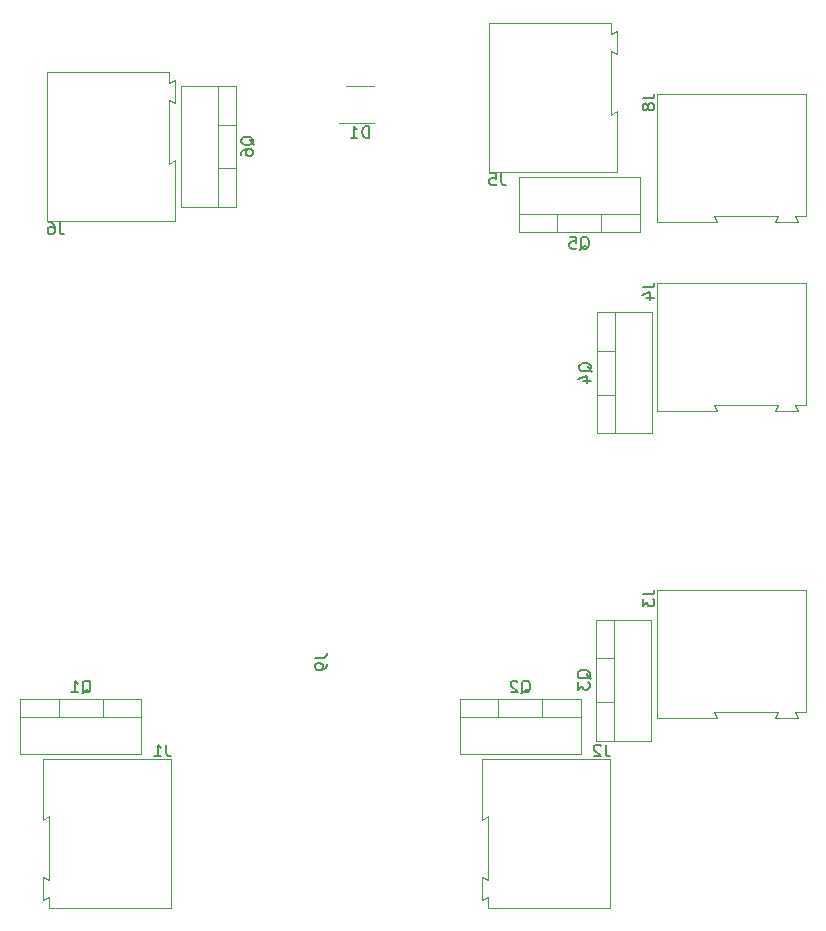
<source format=gbo>
G04 #@! TF.GenerationSoftware,KiCad,Pcbnew,6.0.0-unknown-bc26ccf~86~ubuntu18.04.1*
G04 #@! TF.CreationDate,2019-06-19T17:05:38-04:00*
G04 #@! TF.ProjectId,DPL,44504c2e-6b69-4636-9164-5f7063625858,rev?*
G04 #@! TF.SameCoordinates,Original*
G04 #@! TF.FileFunction,Legend,Bot*
G04 #@! TF.FilePolarity,Positive*
%FSLAX46Y46*%
G04 Gerber Fmt 4.6, Leading zero omitted, Abs format (unit mm)*
G04 Created by KiCad (PCBNEW 6.0.0-unknown-bc26ccf~86~ubuntu18.04.1) date 2019-06-19 17:05:38*
%MOMM*%
%LPD*%
G04 APERTURE LIST*
%ADD10C,0.120000*%
%ADD11C,0.150000*%
G04 APERTURE END LIST*
D10*
X110020000Y-69930000D02*
X110020000Y-59690000D01*
X105379000Y-69930000D02*
X105379000Y-59690000D01*
X110020000Y-69930000D02*
X105379000Y-69930000D01*
X110020000Y-59690000D02*
X105379000Y-59690000D01*
X108510000Y-69930000D02*
X108510000Y-59690000D01*
X110020000Y-66660000D02*
X108510000Y-66660000D01*
X110020000Y-62959000D02*
X108510000Y-62959000D01*
X145700000Y-60350000D02*
X158300000Y-60350000D01*
X158300000Y-60350000D02*
X158300000Y-70700000D01*
X158300000Y-70700000D02*
X157350000Y-70700000D01*
X157350000Y-70700000D02*
X157600000Y-71200000D01*
X157600000Y-71200000D02*
X155700000Y-71200000D01*
X155700000Y-71200000D02*
X155650000Y-71200000D01*
X155650000Y-71200000D02*
X155900000Y-70700000D01*
X155900000Y-70700000D02*
X150500000Y-70700000D01*
X150500000Y-70700000D02*
X150800000Y-71200000D01*
X150800000Y-71200000D02*
X145700000Y-71200000D01*
X145700000Y-71200000D02*
X145700000Y-60350000D01*
X141740000Y-116700000D02*
X141740000Y-129300000D01*
X141740000Y-129300000D02*
X131390000Y-129300000D01*
X131390000Y-129300000D02*
X131390000Y-128350000D01*
X131390000Y-128350000D02*
X130890000Y-128600000D01*
X130890000Y-128600000D02*
X130890000Y-126700000D01*
X130890000Y-126700000D02*
X130890000Y-126650000D01*
X130890000Y-126650000D02*
X131390000Y-126900000D01*
X131390000Y-126900000D02*
X131390000Y-121500000D01*
X131390000Y-121500000D02*
X130890000Y-121800000D01*
X130890000Y-121800000D02*
X130890000Y-116700000D01*
X130890000Y-116700000D02*
X141740000Y-116700000D01*
X119325000Y-59700000D02*
X121725000Y-59700000D01*
X121725000Y-62800000D02*
X118775000Y-62800000D01*
X133970000Y-72020000D02*
X144210000Y-72020000D01*
X133970000Y-67379000D02*
X144210000Y-67379000D01*
X133970000Y-72020000D02*
X133970000Y-67379000D01*
X144210000Y-72020000D02*
X144210000Y-67379000D01*
X133970000Y-70510000D02*
X144210000Y-70510000D01*
X137240000Y-72020000D02*
X137240000Y-70510000D01*
X140941000Y-72020000D02*
X140941000Y-70510000D01*
X140630000Y-78870000D02*
X140630000Y-89110000D01*
X145271000Y-78870000D02*
X145271000Y-89110000D01*
X140630000Y-78870000D02*
X145271000Y-78870000D01*
X140630000Y-89110000D02*
X145271000Y-89110000D01*
X142140000Y-78870000D02*
X142140000Y-89110000D01*
X140630000Y-82140000D02*
X142140000Y-82140000D01*
X140630000Y-85841000D02*
X142140000Y-85841000D01*
X140530000Y-104870000D02*
X140530000Y-115110000D01*
X145171000Y-104870000D02*
X145171000Y-115110000D01*
X140530000Y-104870000D02*
X145171000Y-104870000D01*
X140530000Y-115110000D02*
X145171000Y-115110000D01*
X142040000Y-104870000D02*
X142040000Y-115110000D01*
X140530000Y-108140000D02*
X142040000Y-108140000D01*
X140530000Y-111841000D02*
X142040000Y-111841000D01*
X139230000Y-111580000D02*
X128990000Y-111580000D01*
X139230000Y-116221000D02*
X128990000Y-116221000D01*
X139230000Y-111580000D02*
X139230000Y-116221000D01*
X128990000Y-111580000D02*
X128990000Y-116221000D01*
X139230000Y-113090000D02*
X128990000Y-113090000D01*
X135960000Y-111580000D02*
X135960000Y-113090000D01*
X132259000Y-111580000D02*
X132259000Y-113090000D01*
X102030000Y-111580000D02*
X91790000Y-111580000D01*
X102030000Y-116221000D02*
X91790000Y-116221000D01*
X102030000Y-111580000D02*
X102030000Y-116221000D01*
X91790000Y-111580000D02*
X91790000Y-116221000D01*
X102030000Y-113090000D02*
X91790000Y-113090000D01*
X98760000Y-111580000D02*
X98760000Y-113090000D01*
X95059000Y-111580000D02*
X95059000Y-113090000D01*
X94050000Y-71100000D02*
X94050000Y-58500000D01*
X94050000Y-58500000D02*
X104400000Y-58500000D01*
X104400000Y-58500000D02*
X104400000Y-59450000D01*
X104400000Y-59450000D02*
X104900000Y-59200000D01*
X104900000Y-59200000D02*
X104900000Y-61100000D01*
X104900000Y-61100000D02*
X104900000Y-61150000D01*
X104900000Y-61150000D02*
X104400000Y-60900000D01*
X104400000Y-60900000D02*
X104400000Y-66300000D01*
X104400000Y-66300000D02*
X104900000Y-66000000D01*
X104900000Y-66000000D02*
X104900000Y-71100000D01*
X104900000Y-71100000D02*
X94050000Y-71100000D01*
X131440000Y-66950000D02*
X131440000Y-54350000D01*
X131440000Y-54350000D02*
X141790000Y-54350000D01*
X141790000Y-54350000D02*
X141790000Y-55300000D01*
X141790000Y-55300000D02*
X142290000Y-55050000D01*
X142290000Y-55050000D02*
X142290000Y-56950000D01*
X142290000Y-56950000D02*
X142290000Y-57000000D01*
X142290000Y-57000000D02*
X141790000Y-56750000D01*
X141790000Y-56750000D02*
X141790000Y-62150000D01*
X141790000Y-62150000D02*
X142290000Y-61850000D01*
X142290000Y-61850000D02*
X142290000Y-66950000D01*
X142290000Y-66950000D02*
X131440000Y-66950000D01*
X145700000Y-76350000D02*
X158300000Y-76350000D01*
X158300000Y-76350000D02*
X158300000Y-86700000D01*
X158300000Y-86700000D02*
X157350000Y-86700000D01*
X157350000Y-86700000D02*
X157600000Y-87200000D01*
X157600000Y-87200000D02*
X155700000Y-87200000D01*
X155700000Y-87200000D02*
X155650000Y-87200000D01*
X155650000Y-87200000D02*
X155900000Y-86700000D01*
X155900000Y-86700000D02*
X150500000Y-86700000D01*
X150500000Y-86700000D02*
X150800000Y-87200000D01*
X150800000Y-87200000D02*
X145700000Y-87200000D01*
X145700000Y-87200000D02*
X145700000Y-76350000D01*
X145700000Y-102350000D02*
X158300000Y-102350000D01*
X158300000Y-102350000D02*
X158300000Y-112700000D01*
X158300000Y-112700000D02*
X157350000Y-112700000D01*
X157350000Y-112700000D02*
X157600000Y-113200000D01*
X157600000Y-113200000D02*
X155700000Y-113200000D01*
X155700000Y-113200000D02*
X155650000Y-113200000D01*
X155650000Y-113200000D02*
X155900000Y-112700000D01*
X155900000Y-112700000D02*
X150500000Y-112700000D01*
X150500000Y-112700000D02*
X150800000Y-113200000D01*
X150800000Y-113200000D02*
X145700000Y-113200000D01*
X145700000Y-113200000D02*
X145700000Y-102350000D01*
X104540000Y-116700000D02*
X104540000Y-129300000D01*
X104540000Y-129300000D02*
X94190000Y-129300000D01*
X94190000Y-129300000D02*
X94190000Y-128350000D01*
X94190000Y-128350000D02*
X93690000Y-128600000D01*
X93690000Y-128600000D02*
X93690000Y-126700000D01*
X93690000Y-126700000D02*
X93690000Y-126650000D01*
X93690000Y-126650000D02*
X94190000Y-126900000D01*
X94190000Y-126900000D02*
X94190000Y-121500000D01*
X94190000Y-121500000D02*
X93690000Y-121800000D01*
X93690000Y-121800000D02*
X93690000Y-116700000D01*
X93690000Y-116700000D02*
X104540000Y-116700000D01*
D11*
X111567619Y-64714761D02*
X111520000Y-64619523D01*
X111424761Y-64524285D01*
X111281904Y-64381428D01*
X111234285Y-64286190D01*
X111234285Y-64190952D01*
X111472380Y-64238571D02*
X111424761Y-64143333D01*
X111329523Y-64048095D01*
X111139047Y-64000476D01*
X110805714Y-64000476D01*
X110615238Y-64048095D01*
X110520000Y-64143333D01*
X110472380Y-64238571D01*
X110472380Y-64429047D01*
X110520000Y-64524285D01*
X110615238Y-64619523D01*
X110805714Y-64667142D01*
X111139047Y-64667142D01*
X111329523Y-64619523D01*
X111424761Y-64524285D01*
X111472380Y-64429047D01*
X111472380Y-64238571D01*
X110472380Y-65524285D02*
X110472380Y-65333809D01*
X110520000Y-65238571D01*
X110567619Y-65190952D01*
X110710476Y-65095714D01*
X110900952Y-65048095D01*
X111281904Y-65048095D01*
X111377142Y-65095714D01*
X111424761Y-65143333D01*
X111472380Y-65238571D01*
X111472380Y-65429047D01*
X111424761Y-65524285D01*
X111377142Y-65571904D01*
X111281904Y-65619523D01*
X111043809Y-65619523D01*
X110948571Y-65571904D01*
X110900952Y-65524285D01*
X110853333Y-65429047D01*
X110853333Y-65238571D01*
X110900952Y-65143333D01*
X110948571Y-65095714D01*
X111043809Y-65048095D01*
X116752380Y-108116666D02*
X117466666Y-108116666D01*
X117609523Y-108069047D01*
X117704761Y-107973809D01*
X117752380Y-107830952D01*
X117752380Y-107735714D01*
X117752380Y-108640476D02*
X117752380Y-108830952D01*
X117704761Y-108926190D01*
X117657142Y-108973809D01*
X117514285Y-109069047D01*
X117323809Y-109116666D01*
X116942857Y-109116666D01*
X116847619Y-109069047D01*
X116800000Y-109021428D01*
X116752380Y-108926190D01*
X116752380Y-108735714D01*
X116800000Y-108640476D01*
X116847619Y-108592857D01*
X116942857Y-108545238D01*
X117180952Y-108545238D01*
X117276190Y-108592857D01*
X117323809Y-108640476D01*
X117371428Y-108735714D01*
X117371428Y-108926190D01*
X117323809Y-109021428D01*
X117276190Y-109069047D01*
X117180952Y-109116666D01*
X144462380Y-60746666D02*
X145176666Y-60746666D01*
X145319523Y-60699047D01*
X145414761Y-60603809D01*
X145462380Y-60460952D01*
X145462380Y-60365714D01*
X144890952Y-61365714D02*
X144843333Y-61270476D01*
X144795714Y-61222857D01*
X144700476Y-61175238D01*
X144652857Y-61175238D01*
X144557619Y-61222857D01*
X144510000Y-61270476D01*
X144462380Y-61365714D01*
X144462380Y-61556190D01*
X144510000Y-61651428D01*
X144557619Y-61699047D01*
X144652857Y-61746666D01*
X144700476Y-61746666D01*
X144795714Y-61699047D01*
X144843333Y-61651428D01*
X144890952Y-61556190D01*
X144890952Y-61365714D01*
X144938571Y-61270476D01*
X144986190Y-61222857D01*
X145081428Y-61175238D01*
X145271904Y-61175238D01*
X145367142Y-61222857D01*
X145414761Y-61270476D01*
X145462380Y-61365714D01*
X145462380Y-61556190D01*
X145414761Y-61651428D01*
X145367142Y-61699047D01*
X145271904Y-61746666D01*
X145081428Y-61746666D01*
X144986190Y-61699047D01*
X144938571Y-61651428D01*
X144890952Y-61556190D01*
X141343333Y-115462380D02*
X141343333Y-116176666D01*
X141390952Y-116319523D01*
X141486190Y-116414761D01*
X141629047Y-116462380D01*
X141724285Y-116462380D01*
X140914761Y-115557619D02*
X140867142Y-115510000D01*
X140771904Y-115462380D01*
X140533809Y-115462380D01*
X140438571Y-115510000D01*
X140390952Y-115557619D01*
X140343333Y-115652857D01*
X140343333Y-115748095D01*
X140390952Y-115890952D01*
X140962380Y-116462380D01*
X140343333Y-116462380D01*
X121283095Y-64082380D02*
X121283095Y-63082380D01*
X121045000Y-63082380D01*
X120902142Y-63130000D01*
X120806904Y-63225238D01*
X120759285Y-63320476D01*
X120711666Y-63510952D01*
X120711666Y-63653809D01*
X120759285Y-63844285D01*
X120806904Y-63939523D01*
X120902142Y-64034761D01*
X121045000Y-64082380D01*
X121283095Y-64082380D01*
X119759285Y-64082380D02*
X120330714Y-64082380D01*
X120045000Y-64082380D02*
X120045000Y-63082380D01*
X120140238Y-63225238D01*
X120235476Y-63320476D01*
X120330714Y-63368095D01*
X139185238Y-73567619D02*
X139280476Y-73520000D01*
X139375714Y-73424761D01*
X139518571Y-73281904D01*
X139613809Y-73234285D01*
X139709047Y-73234285D01*
X139661428Y-73472380D02*
X139756666Y-73424761D01*
X139851904Y-73329523D01*
X139899523Y-73139047D01*
X139899523Y-72805714D01*
X139851904Y-72615238D01*
X139756666Y-72520000D01*
X139661428Y-72472380D01*
X139470952Y-72472380D01*
X139375714Y-72520000D01*
X139280476Y-72615238D01*
X139232857Y-72805714D01*
X139232857Y-73139047D01*
X139280476Y-73329523D01*
X139375714Y-73424761D01*
X139470952Y-73472380D01*
X139661428Y-73472380D01*
X138328095Y-72472380D02*
X138804285Y-72472380D01*
X138851904Y-72948571D01*
X138804285Y-72900952D01*
X138709047Y-72853333D01*
X138470952Y-72853333D01*
X138375714Y-72900952D01*
X138328095Y-72948571D01*
X138280476Y-73043809D01*
X138280476Y-73281904D01*
X138328095Y-73377142D01*
X138375714Y-73424761D01*
X138470952Y-73472380D01*
X138709047Y-73472380D01*
X138804285Y-73424761D01*
X138851904Y-73377142D01*
X140177619Y-83894761D02*
X140130000Y-83799523D01*
X140034761Y-83704285D01*
X139891904Y-83561428D01*
X139844285Y-83466190D01*
X139844285Y-83370952D01*
X140082380Y-83418571D02*
X140034761Y-83323333D01*
X139939523Y-83228095D01*
X139749047Y-83180476D01*
X139415714Y-83180476D01*
X139225238Y-83228095D01*
X139130000Y-83323333D01*
X139082380Y-83418571D01*
X139082380Y-83609047D01*
X139130000Y-83704285D01*
X139225238Y-83799523D01*
X139415714Y-83847142D01*
X139749047Y-83847142D01*
X139939523Y-83799523D01*
X140034761Y-83704285D01*
X140082380Y-83609047D01*
X140082380Y-83418571D01*
X139415714Y-84704285D02*
X140082380Y-84704285D01*
X139034761Y-84466190D02*
X139749047Y-84228095D01*
X139749047Y-84847142D01*
X140077619Y-109894761D02*
X140030000Y-109799523D01*
X139934761Y-109704285D01*
X139791904Y-109561428D01*
X139744285Y-109466190D01*
X139744285Y-109370952D01*
X139982380Y-109418571D02*
X139934761Y-109323333D01*
X139839523Y-109228095D01*
X139649047Y-109180476D01*
X139315714Y-109180476D01*
X139125238Y-109228095D01*
X139030000Y-109323333D01*
X138982380Y-109418571D01*
X138982380Y-109609047D01*
X139030000Y-109704285D01*
X139125238Y-109799523D01*
X139315714Y-109847142D01*
X139649047Y-109847142D01*
X139839523Y-109799523D01*
X139934761Y-109704285D01*
X139982380Y-109609047D01*
X139982380Y-109418571D01*
X138982380Y-110180476D02*
X138982380Y-110799523D01*
X139363333Y-110466190D01*
X139363333Y-110609047D01*
X139410952Y-110704285D01*
X139458571Y-110751904D01*
X139553809Y-110799523D01*
X139791904Y-110799523D01*
X139887142Y-110751904D01*
X139934761Y-110704285D01*
X139982380Y-110609047D01*
X139982380Y-110323333D01*
X139934761Y-110228095D01*
X139887142Y-110180476D01*
X134205238Y-111127619D02*
X134300476Y-111080000D01*
X134395714Y-110984761D01*
X134538571Y-110841904D01*
X134633809Y-110794285D01*
X134729047Y-110794285D01*
X134681428Y-111032380D02*
X134776666Y-110984761D01*
X134871904Y-110889523D01*
X134919523Y-110699047D01*
X134919523Y-110365714D01*
X134871904Y-110175238D01*
X134776666Y-110080000D01*
X134681428Y-110032380D01*
X134490952Y-110032380D01*
X134395714Y-110080000D01*
X134300476Y-110175238D01*
X134252857Y-110365714D01*
X134252857Y-110699047D01*
X134300476Y-110889523D01*
X134395714Y-110984761D01*
X134490952Y-111032380D01*
X134681428Y-111032380D01*
X133871904Y-110127619D02*
X133824285Y-110080000D01*
X133729047Y-110032380D01*
X133490952Y-110032380D01*
X133395714Y-110080000D01*
X133348095Y-110127619D01*
X133300476Y-110222857D01*
X133300476Y-110318095D01*
X133348095Y-110460952D01*
X133919523Y-111032380D01*
X133300476Y-111032380D01*
X97005238Y-111127619D02*
X97100476Y-111080000D01*
X97195714Y-110984761D01*
X97338571Y-110841904D01*
X97433809Y-110794285D01*
X97529047Y-110794285D01*
X97481428Y-111032380D02*
X97576666Y-110984761D01*
X97671904Y-110889523D01*
X97719523Y-110699047D01*
X97719523Y-110365714D01*
X97671904Y-110175238D01*
X97576666Y-110080000D01*
X97481428Y-110032380D01*
X97290952Y-110032380D01*
X97195714Y-110080000D01*
X97100476Y-110175238D01*
X97052857Y-110365714D01*
X97052857Y-110699047D01*
X97100476Y-110889523D01*
X97195714Y-110984761D01*
X97290952Y-111032380D01*
X97481428Y-111032380D01*
X96100476Y-111032380D02*
X96671904Y-111032380D01*
X96386190Y-111032380D02*
X96386190Y-110032380D01*
X96481428Y-110175238D01*
X96576666Y-110270476D01*
X96671904Y-110318095D01*
X95113333Y-71242380D02*
X95113333Y-71956666D01*
X95160952Y-72099523D01*
X95256190Y-72194761D01*
X95399047Y-72242380D01*
X95494285Y-72242380D01*
X94208571Y-71242380D02*
X94399047Y-71242380D01*
X94494285Y-71290000D01*
X94541904Y-71337619D01*
X94637142Y-71480476D01*
X94684761Y-71670952D01*
X94684761Y-72051904D01*
X94637142Y-72147142D01*
X94589523Y-72194761D01*
X94494285Y-72242380D01*
X94303809Y-72242380D01*
X94208571Y-72194761D01*
X94160952Y-72147142D01*
X94113333Y-72051904D01*
X94113333Y-71813809D01*
X94160952Y-71718571D01*
X94208571Y-71670952D01*
X94303809Y-71623333D01*
X94494285Y-71623333D01*
X94589523Y-71670952D01*
X94637142Y-71718571D01*
X94684761Y-71813809D01*
X132503333Y-67092380D02*
X132503333Y-67806666D01*
X132550952Y-67949523D01*
X132646190Y-68044761D01*
X132789047Y-68092380D01*
X132884285Y-68092380D01*
X131550952Y-67092380D02*
X132027142Y-67092380D01*
X132074761Y-67568571D01*
X132027142Y-67520952D01*
X131931904Y-67473333D01*
X131693809Y-67473333D01*
X131598571Y-67520952D01*
X131550952Y-67568571D01*
X131503333Y-67663809D01*
X131503333Y-67901904D01*
X131550952Y-67997142D01*
X131598571Y-68044761D01*
X131693809Y-68092380D01*
X131931904Y-68092380D01*
X132027142Y-68044761D01*
X132074761Y-67997142D01*
X144462380Y-76746666D02*
X145176666Y-76746666D01*
X145319523Y-76699047D01*
X145414761Y-76603809D01*
X145462380Y-76460952D01*
X145462380Y-76365714D01*
X144795714Y-77651428D02*
X145462380Y-77651428D01*
X144414761Y-77413333D02*
X145129047Y-77175238D01*
X145129047Y-77794285D01*
X144462380Y-102746666D02*
X145176666Y-102746666D01*
X145319523Y-102699047D01*
X145414761Y-102603809D01*
X145462380Y-102460952D01*
X145462380Y-102365714D01*
X144462380Y-103127619D02*
X144462380Y-103746666D01*
X144843333Y-103413333D01*
X144843333Y-103556190D01*
X144890952Y-103651428D01*
X144938571Y-103699047D01*
X145033809Y-103746666D01*
X145271904Y-103746666D01*
X145367142Y-103699047D01*
X145414761Y-103651428D01*
X145462380Y-103556190D01*
X145462380Y-103270476D01*
X145414761Y-103175238D01*
X145367142Y-103127619D01*
X104143333Y-115462380D02*
X104143333Y-116176666D01*
X104190952Y-116319523D01*
X104286190Y-116414761D01*
X104429047Y-116462380D01*
X104524285Y-116462380D01*
X103143333Y-116462380D02*
X103714761Y-116462380D01*
X103429047Y-116462380D02*
X103429047Y-115462380D01*
X103524285Y-115605238D01*
X103619523Y-115700476D01*
X103714761Y-115748095D01*
M02*

</source>
